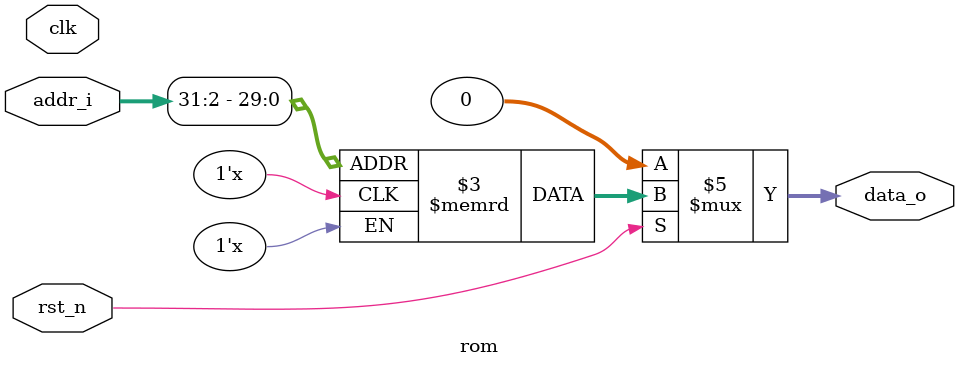
<source format=v>
`include "../core/defines.v"
module rom(
    clk,   
    rst_n,
    addr_i,
    data_o
);
    input wire clk;
    input wire rst_n;

    // form pc_reg
    input wire [31:0] addr_i; //读rom地址

    // to if_id
    output reg [31:0] data_o;

    reg [31:0] _rom [0 : 4095];

    always @(*)
        if(!rst_n)
            data_o <= 0;
        else
            data_o <= _rom[addr_i[31:2]];





endmodule
</source>
